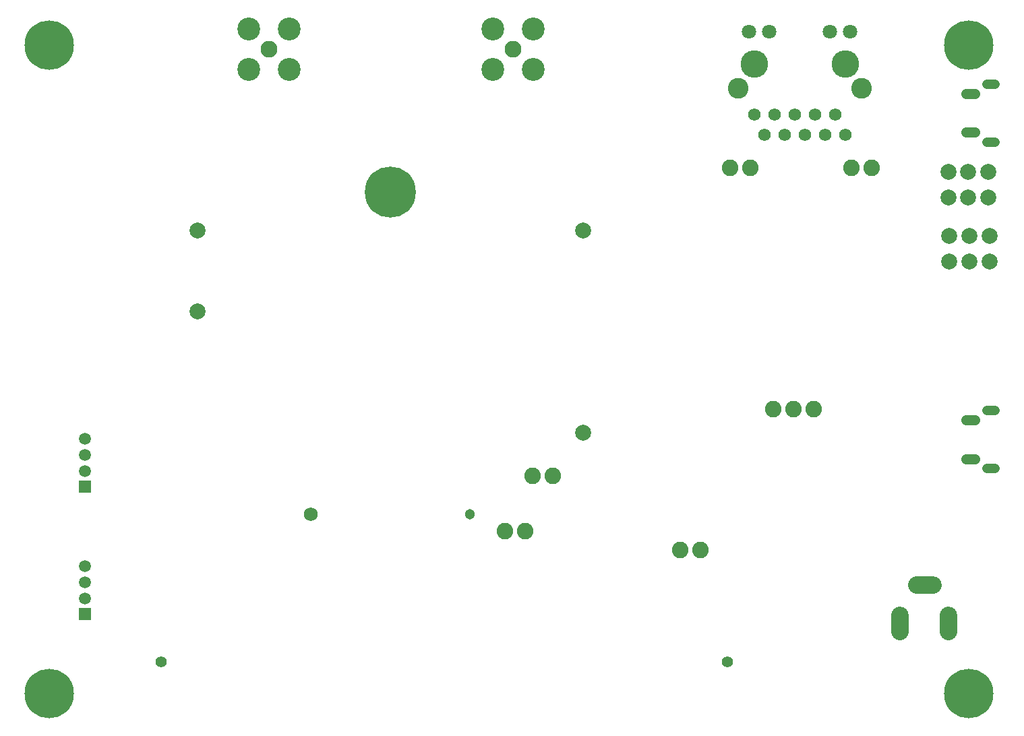
<source format=gbs>
G75*
%MOIN*%
%OFA0B0*%
%FSLAX25Y25*%
%IPPOS*%
%LPD*%
%AMOC8*
5,1,8,0,0,1.08239X$1,22.5*
%
%ADD10C,0.05131*%
%ADD11C,0.06902*%
%ADD12C,0.07099*%
%ADD13C,0.10249*%
%ADD14C,0.06146*%
%ADD15C,0.13595*%
%ADD16C,0.07887*%
%ADD17C,0.05162*%
%ADD18C,0.04769*%
%ADD19C,0.08300*%
%ADD20C,0.11300*%
%ADD21C,0.08200*%
%ADD22C,0.08674*%
%ADD23C,0.05524*%
%ADD24R,0.05950X0.05950*%
%ADD25C,0.05950*%
%ADD26C,0.25209*%
%ADD27C,0.24422*%
D10*
X0226866Y0106896D03*
D11*
X0148126Y0106896D03*
D12*
X0364898Y0345676D03*
X0374898Y0345676D03*
X0404702Y0345676D03*
X0414702Y0345676D03*
D13*
X0420312Y0317605D03*
X0359288Y0317605D03*
D14*
X0367300Y0304652D03*
X0377300Y0304652D03*
X0387300Y0304652D03*
X0397300Y0304652D03*
X0407300Y0304652D03*
X0402300Y0294652D03*
X0392300Y0294652D03*
X0382300Y0294652D03*
X0372300Y0294652D03*
X0412300Y0294652D03*
D15*
X0412300Y0329613D03*
X0367300Y0329613D03*
D16*
X0463411Y0276118D03*
X0473254Y0276118D03*
X0483096Y0276118D03*
X0483096Y0263520D03*
X0473254Y0263520D03*
X0463411Y0263520D03*
X0463926Y0244468D03*
X0473769Y0244468D03*
X0483611Y0244468D03*
X0483611Y0231869D03*
X0473769Y0231869D03*
X0463926Y0231869D03*
X0282824Y0247408D03*
X0282824Y0147408D03*
X0091945Y0207408D03*
X0091945Y0247408D03*
D17*
X0471950Y0295816D02*
X0476312Y0295816D01*
X0476312Y0314911D02*
X0471950Y0314911D01*
X0471950Y0153494D02*
X0476312Y0153494D01*
X0476312Y0134399D02*
X0471950Y0134399D01*
D18*
X0482580Y0129675D02*
X0486548Y0129675D01*
X0486548Y0158218D02*
X0482580Y0158218D01*
X0482580Y0291092D02*
X0486548Y0291092D01*
X0486548Y0319635D02*
X0482580Y0319635D01*
D19*
X0248200Y0337053D03*
X0127400Y0337053D03*
D20*
X0117361Y0347092D03*
X0137439Y0347092D03*
X0137439Y0327015D03*
X0117361Y0327015D03*
X0238161Y0327015D03*
X0258239Y0327015D03*
X0258239Y0347092D03*
X0238161Y0347092D03*
D21*
X0355367Y0278417D03*
X0365367Y0278417D03*
X0415489Y0278417D03*
X0425489Y0278417D03*
X0396867Y0158917D03*
X0386867Y0158917D03*
X0376867Y0158917D03*
X0340911Y0089314D03*
X0330911Y0089314D03*
X0267611Y0125814D03*
X0257611Y0125814D03*
X0254111Y0098514D03*
X0244111Y0098514D03*
D22*
X0439495Y0056832D02*
X0439495Y0048958D01*
X0463511Y0048958D02*
X0463511Y0056832D01*
X0455637Y0071793D02*
X0447763Y0071793D01*
D23*
X0354268Y0033904D03*
X0074268Y0033904D03*
D24*
X0036433Y0057526D03*
X0036433Y0120518D03*
D25*
X0036433Y0128392D03*
X0036433Y0136266D03*
X0036433Y0144140D03*
X0036433Y0081148D03*
X0036433Y0073274D03*
X0036433Y0065400D03*
D26*
X0187421Y0266187D03*
D27*
X0018717Y0018156D03*
X0018717Y0339022D03*
X0473441Y0339022D03*
X0473441Y0018156D03*
M02*

</source>
